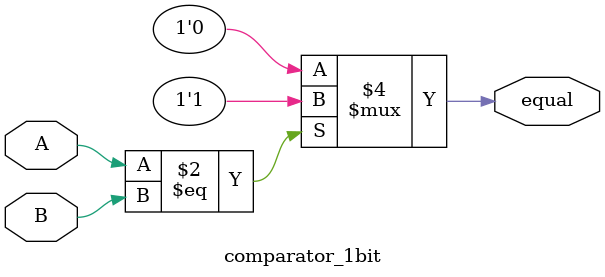
<source format=v>
module comparator_1bit (
    input A,
    input B,
    output reg equal
);

    always @(A or B) begin
        if(A==B) begin
            equal = 1'b1; // Set equal to 1 if A and B are equal
        end 
        else begin
            equal = 1'b0; // Set equal to 0 if A and B are not equal
        end        
    end
    
endmodule
</source>
